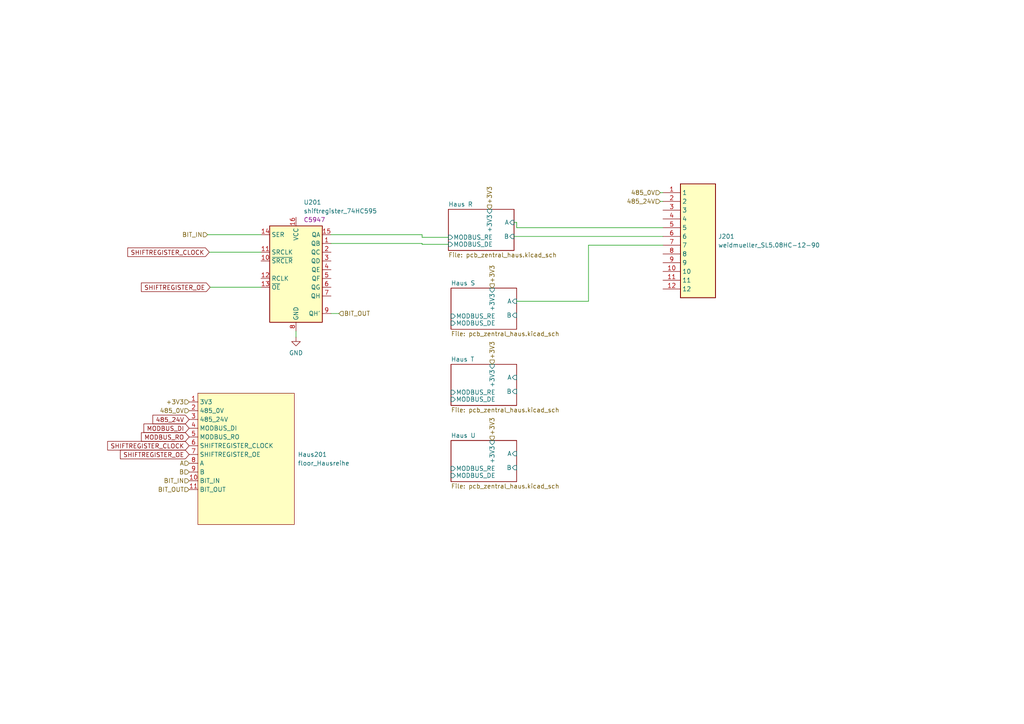
<source format=kicad_sch>
(kicad_sch (version 20230121) (generator eeschema)
  (paper "A4")
  (lib_symbols
    (symbol "00_project_library:floor_Hausreihe"
      (property "Reference" "Haus" (at 0 1.27 0))
      (property "Value" "floor_Hausreihe" (at 0 0 0))
      (symbol "floor_Hausreihe_1_1"
        (rectangle (start -7.62 0) (end 20.32 -38.1) (fill (type background)))
        (pin input line (at -10.16 -2.54 0) (length 2.54) (name "3V3") (number "1"))
        (pin input line (at -10.16 -25.4 0) (length 2.54) (name "BIT_IN") (number "10"))
        (pin input line (at -10.16 -27.94 0) (length 2.54) (name "BIT_OUT") (number "11"))
        (pin input line (at -10.16 -5.08 0) (length 2.54) (name "485_0V") (number "2"))
        (pin input line (at -10.16 -7.62 0) (length 2.54) (name "485_24V") (number "3"))
        (pin input line (at -10.16 -10.16 0) (length 2.54) (name "MODBUS_DI") (number "4"))
        (pin input line (at -10.16 -12.7 0) (length 2.54) (name "MODBUS_RO") (number "5"))
        (pin input line (at -10.16 -15.24 0) (length 2.54) (name "SHIFTREGISTER_CLOCK") (number "6"))
        (pin input line (at -10.16 -17.78 0) (length 2.54) (name "SHIFTREGISTER_OE") (number "7"))
        (pin output line (at -10.16 -20.32 0) (length 2.54) (name "A") (number "8"))
        (pin output line (at -10.16 -22.86 0) (length 2.54) (name "B") (number "9"))
      )
    )
    (symbol "00_project_library:shiftregister_74HC595"
      (property "Reference" "U" (at -7.62 13.97 0))
      (property "Value" "shiftregister_74HC595" (at -7.62 -16.51 0))
      (property "JCL" "C5947" (at 0 0 0))
      (symbol "shiftregister_74HC595_1_0"
        (pin tri_state line (at 10.16 7.62 180) (length 2.54) (name "QB") (number "1"))
        (pin input line (at -10.16 2.54 0) (length 2.54) (name "~{SRCLR}") (number "10"))
        (pin input line (at -10.16 5.08 0) (length 2.54) (name "SRCLK") (number "11"))
        (pin input line (at -10.16 -2.54 0) (length 2.54) (name "RCLK") (number "12"))
        (pin input line (at -10.16 -5.08 0) (length 2.54) (name "~{OE}") (number "13"))
        (pin input line (at -10.16 10.16 0) (length 2.54) (name "SER") (number "14"))
        (pin tri_state line (at 10.16 10.16 180) (length 2.54) (name "QA") (number "15"))
        (pin power_in line (at 0 15.24 270) (length 2.54) (name "VCC") (number "16"))
        (pin tri_state line (at 10.16 5.08 180) (length 2.54) (name "QC") (number "2"))
        (pin tri_state line (at 10.16 2.54 180) (length 2.54) (name "QD") (number "3"))
        (pin tri_state line (at 10.16 0 180) (length 2.54) (name "QE") (number "4"))
        (pin tri_state line (at 10.16 -2.54 180) (length 2.54) (name "QF") (number "5"))
        (pin tri_state line (at 10.16 -5.08 180) (length 2.54) (name "QG") (number "6"))
        (pin tri_state line (at 10.16 -7.62 180) (length 2.54) (name "QH") (number "7"))
        (pin power_in line (at 0 -17.78 90) (length 2.54) (name "GND") (number "8"))
        (pin output line (at 10.16 -12.7 180) (length 2.54) (name "QH'") (number "9"))
      )
      (symbol "shiftregister_74HC595_1_1"
        (rectangle (start -7.62 12.7) (end 7.62 -15.24) (stroke (width 0.254)) (fill (type background)))
      )
    )
    (symbol "00_project_library:weidmueller_SL5.08HC-12-90"
      (property "Reference" "J" (at 16.51 7.62 0))
      (property "Value" "weidmueller_SL5.08HC-12-90" (at 16.51 5.08 0))
      (symbol "weidmueller_SL5.08HC-12-90_1_1"
        (rectangle (start 5.08 2.54) (end 15.24 -30.48) (stroke (width 0.254)) (fill (type background)))
        (pin passive line (at 0 0 0) (length 5.08) (name "1") (number "1"))
        (pin passive line (at 0 -22.86 0) (length 5.08) (name "10") (number "10"))
        (pin passive line (at 0 -25.4 0) (length 5.08) (name "11") (number "11"))
        (pin passive line (at 0 -27.94 0) (length 5.08) (name "12") (number "12"))
        (pin passive line (at 0 -2.54 0) (length 5.08) (name "2") (number "2"))
        (pin passive line (at 0 -5.08 0) (length 5.08) (name "3") (number "3"))
        (pin passive line (at 0 -7.62 0) (length 5.08) (name "4") (number "4"))
        (pin passive line (at 0 -10.16 0) (length 5.08) (name "5") (number "5"))
        (pin passive line (at 0 -12.7 0) (length 5.08) (name "6") (number "6"))
        (pin passive line (at 0 -15.24 0) (length 5.08) (name "7") (number "7"))
        (pin passive line (at 0 -17.78 0) (length 5.08) (name "8") (number "8"))
        (pin passive line (at 0 -20.32 0) (length 5.08) (name "9") (number "9"))
      )
    )
    (symbol "power:GND" (power) (pin_names (offset 0))
      (property "Value" "GND" (at 0 -3.81 0))
      (symbol "GND_0_1"
        (polyline (pts (xy 0 0) (xy 0 -1.27) (xy 1.27 -1.27) (xy 0 -2.54) (xy -1.27 -1.27) (xy 0 -1.27)))
      )
      (symbol "GND_1_1"
        (pin power_in line (at 0 0 270) (length 0) hide (name "GND") (number "1"))
      )
    )
  )
  (wire (pts (xy 149.86 66.04) (xy 192.278 66.04)))
  (wire (pts (xy 122.428 70.612) (xy 122.428 70.866)))
  (wire (pts (xy 122.428 68.834) (xy 130.048 68.834)))
  (wire (pts (xy 149.098 64.516) (xy 149.86 64.516)))
  (wire (pts (xy 192.278 58.42) (xy 191.516 58.42)))
  (wire (pts (xy 170.688 71.12) (xy 192.278 71.12)))
  (wire (pts (xy 96.012 90.932) (xy 98.298 90.932)))
  (wire (pts (xy 85.852 96.012) (xy 85.852 97.79)))
  (wire (pts (xy 60.198 68.072) (xy 75.692 68.072)))
  (wire (pts (xy 192.278 55.88) (xy 191.516 55.88)))
  (wire (pts (xy 60.706 73.152) (xy 75.692 73.152)))
  (wire (pts (xy 122.428 68.072) (xy 122.428 68.834)))
  (wire (pts (xy 149.86 64.516) (xy 149.86 66.04)))
  (wire (pts (xy 149.86 87.376) (xy 170.688 87.376)))
  (wire (pts (xy 96.012 68.072) (xy 122.428 68.072)))
  (wire (pts (xy 149.098 68.58) (xy 192.278 68.58)))
  (wire (pts (xy 170.688 87.376) (xy 170.688 71.12)))
  (wire (pts (xy 122.428 70.866) (xy 130.048 70.866)))
  (wire (pts (xy 60.96 83.312) (xy 75.692 83.312)))
  (wire (pts (xy 96.012 70.612) (xy 122.428 70.612)))
  (global_label "MODBUS_DI" (shape input) (at 54.864 124.206 180) (property "Intersheetrefs" "${INTERSHEET_REFS}" (effects hide)))
  (global_label "SHIFTREGISTER_OE" (shape input) (at 54.864 131.826 180) (property "Intersheetrefs" "${INTERSHEET_REFS}" (effects hide)))
  (global_label "MODBUS_RO" (shape input) (at 54.864 126.746 180) (property "Intersheetrefs" "${INTERSHEET_REFS}" (effects hide)))
  (global_label "SHIFTREGISTER_OE" (shape input) (at 60.96 83.312 180) (property "Intersheetrefs" "${INTERSHEET_REFS}" (effects hide)))
  (global_label "SHIFTREGISTER_CLOCK" (shape input) (at 54.864 129.286 180) (property "Intersheetrefs" "${INTERSHEET_REFS}" (effects hide)))
  (global_label "485_24V" (shape input) (at 54.864 121.666 180) (property "Intersheetrefs" "${INTERSHEET_REFS}" (effects hide)))
  (global_label "SHIFTREGISTER_CLOCK" (shape input) (at 60.706 73.152 180) (property "Intersheetrefs" "${INTERSHEET_REFS}" (effects hide)))
  (hierarchical_label "485_24V" (shape input) (at 191.516 58.42 180))
  (hierarchical_label "BIT_OUT" (shape input) (at 54.864 141.986 180))
  (hierarchical_label "+3V3" (shape input) (at 142.748 105.664 90))
  (hierarchical_label "+3V3" (shape input) (at 142.748 83.566 90))
  (hierarchical_label "485_0V" (shape input) (at 191.516 55.88 180))
  (hierarchical_label "BIT_IN" (shape input) (at 54.864 139.446 180))
  (hierarchical_label "+3V3" (shape input) (at 54.864 116.586 180))
  (hierarchical_label "BIT_IN" (shape input) (at 60.198 68.072 180))
  (hierarchical_label "+3V3" (shape input) (at 142.748 127.762 90))
  (hierarchical_label "A" (shape input) (at 54.864 134.366 180))
  (hierarchical_label "BIT_OUT" (shape input) (at 98.298 90.932 0))
  (hierarchical_label "B" (shape input) (at 54.864 136.906 180))
  (hierarchical_label "485_0V" (shape input) (at 54.864 119.126 180))
  (hierarchical_label "+3V3" (shape input) (at 141.986 60.706 90))
  (symbol (lib_id "power:GND") (at 85.852 97.79 0) (unit 1)
    (property "Reference" "#PWR0201" (effects hide))
    (property "Value" "GND" (at 85.852 102.362 0))
    (instances (project "pcb_zentral_pi" (path "" (reference "#PWR0201") (unit 1)) (path "" (reference "#PWR0701") (unit 1))))
  )
  (symbol (lib_id "00_project_library:weidmueller_SL5.08HC-12-90") (at 192.278 55.88 0) (unit 1)
    (property "Reference" "J201" (at 208.28 68.58 0) (effects (justify left)))
    (property "Value" "weidmueller_SL5.08HC-12-90" (at 208.28 71.12 0) (effects (justify left)))
    (property "Footprint" "00_project_library:weidmueller_SL5.08HC-12-90" (effects hide))
    (property "Datasheet" "https://catalog.weidmueller.com/catalog/Start.do?localeId=en&ObjectID=1146940000" (effects hide))
    (property "Height" "8.4" (effects hide))
    (property "Manufacturer_Name" "Weidmuller" (effects hide))
    (property "Manufacturer_Part_Number" "1146940000" (effects hide))
    (property "Mouser Part Number" "470-1146570000" (effects hide))
    (property "Mouser Price/Stock" "https://www.mouser.co.uk/ProductDetail/Weidmuller/1146570000?qs=WJDKaGZ8K%252B7cP7z9TJi1CA%3D%3D" (effects hide))
    (instances (project "pcb_zentral_pi" (path "" (reference "J201") (unit 1)) (path "" (reference "J701") (unit 1))))
  )
  (symbol (lib_id "00_project_library:shiftregister_74HC595") (at 85.852 78.232 0) (unit 1)
    (property "Reference" "U201" (at 88.0461 58.674 0) (effects (justify left)))
    (property "Value" "shiftregister_74HC595" (at 88.0461 61.214 0) (effects (justify left)))
    (property "Footprint" "Package_SO:SOP-16_3.9x9.9mm_P1.27mm" (effects hide))
    (property "Datasheet" "http://www.ti.com/lit/ds/symlink/sn74hc595.pdf" (effects hide))
    (property "JCL" "C5947" (at 88.0461 63.754 0) (effects (justify left)))
    (instances (project "pcb_zentral_pi" (path "" (reference "U201") (unit 1)) (path "" (reference "U701") (unit 1))))
  )
  (symbol (lib_id "00_project_library:floor_Hausreihe") (at 65.024 114.046 0) (unit 1)
    (property "Reference" "Haus201" (at 86.36 131.826 0) (effects (justify left)))
    (property "Value" "floor_Hausreihe" (at 86.36 134.366 0) (effects (justify left)))
    (property "Footprint" "00_project_library:floor_Hausreihe" (effects hide))
    (instances (project "pcb_zentral_pi" (path "" (reference "Haus201") (unit 1)) (path "" (reference "Haus701") (unit 1))))
  )
  (sheet (at 130.81 83.566) (size 19.05 11.938) (stroke (width 0.1524))
    (property "Sheetname" "Haus S" (at 130.81 82.8544 0) (effects (justify left bottom)))
    (property "Sheetfile" "pcb_zentral_haus.kicad_sch" (at 130.81 96.0886 0) (effects (justify left top)))
    (pin "A" input (at 149.86 87.376 0))
    (pin "B" input (at 149.86 91.44 0))
    (pin "+3V3" input (at 142.748 83.566 90))
    (pin "MODBUS_RE" input (at 130.81 91.694 180))
    (pin "MODBUS_DE" input (at 130.81 93.726 180))
  )
  (sheet (at 130.81 105.664) (size 19.05 11.938) (stroke (width 0.1524))
    (property "Sheetname" "Haus T" (at 130.81 104.9524 0) (effects (justify left bottom)))
    (property "Sheetfile" "pcb_zentral_haus.kicad_sch" (at 130.81 118.1866 0) (effects (justify left top)))
    (pin "A" input (at 149.86 109.474 0))
    (pin "B" input (at 149.86 113.538 0))
    (pin "+3V3" input (at 142.748 105.664 90))
    (pin "MODBUS_RE" input (at 130.81 113.792 180))
    (pin "MODBUS_DE" input (at 130.81 115.824 180))
  )
  (sheet (at 130.81 127.762) (size 19.05 11.938) (stroke (width 0.1524))
    (property "Sheetname" "Haus U" (at 130.81 127.0504 0) (effects (justify left bottom)))
    (property "Sheetfile" "pcb_zentral_haus.kicad_sch" (at 130.81 140.2846 0) (effects (justify left top)))
    (pin "A" input (at 149.86 131.572 0))
    (pin "B" input (at 149.86 135.636 0))
    (pin "+3V3" input (at 142.748 127.762 90))
    (pin "MODBUS_RE" input (at 130.81 135.89 180))
    (pin "MODBUS_DE" input (at 130.81 137.922 180))
  )
  (sheet (at 130.048 60.706) (size 19.05 11.938) (stroke (width 0.1524))
    (property "Sheetname" "Haus R" (at 130.048 59.9944 0) (effects (justify left bottom)))
    (property "Sheetfile" "pcb_zentral_haus.kicad_sch" (at 130.048 73.2286 0) (effects (justify left top)))
    (pin "A" input (at 149.098 64.516 0))
    (pin "B" input (at 149.098 68.58 0))
    (pin "+3V3" input (at 141.986 60.706 90))
    (pin "MODBUS_RE" input (at 130.048 68.834 180))
    (pin "MODBUS_DE" input (at 130.048 70.866 180))
  )
)
</source>
